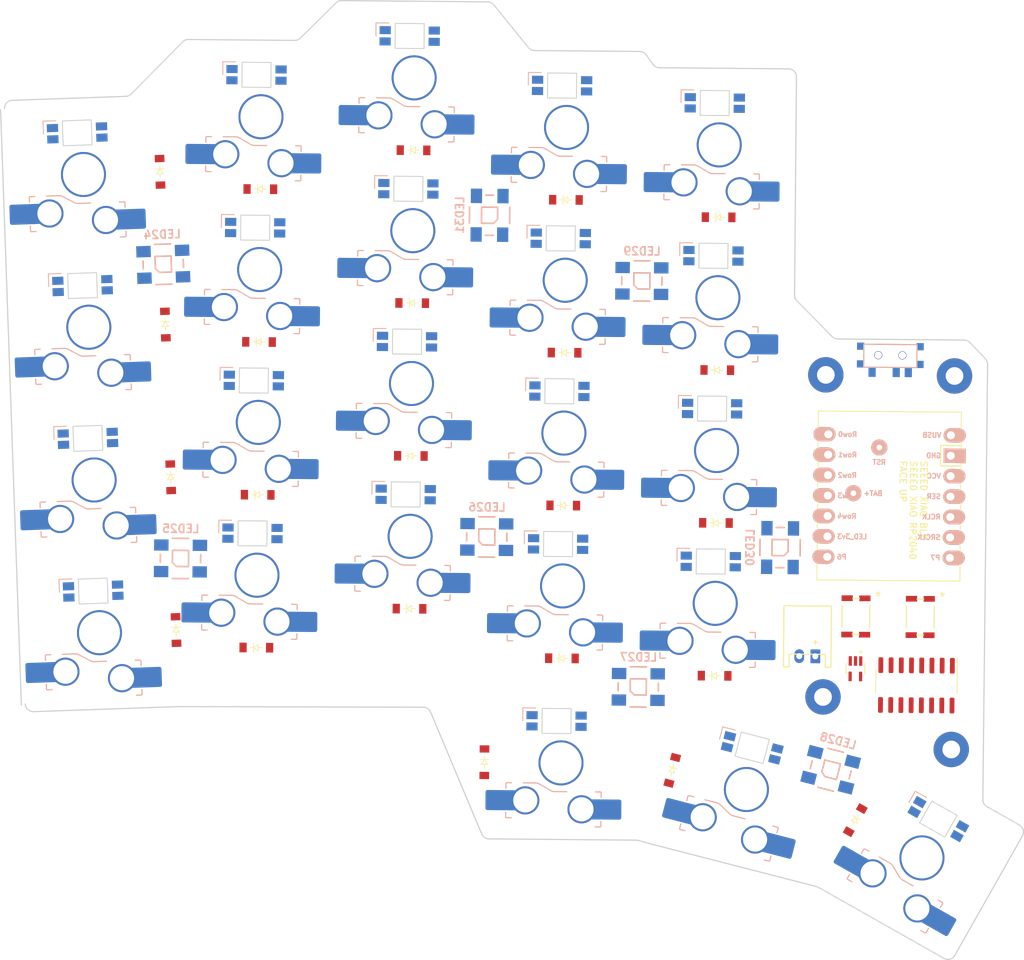
<source format=kicad_pcb>
(kicad_pcb (version 20241229) (generator "pcbnew") (generator_version "9.0")
  (title_block (title "left") (date "2025-11-26") (rev "v1.0.0") (company "Unknown"))
  (layers (0 "F.Cu" signal) (2 "B.Cu" signal) (13 "F.Paste" user) (15 "B.Paste" user) (5 "F.SilkS" user "F.Silkscreen") (7 "B.SilkS" user "B.Silkscreen") (1 "F.Mask" user) (3 "B.Mask" user) (25 "Edge.Cuts" user))
  (net 0 "")
  (net 1 "Col0")
  (net 2 "pinky_bottom")
  (net 3 "GND")
  (net 4 "pinky_home")
  (net 5 "pinky_top")
  (net 6 "pinky_number")
  (net 7 "Col1")
  (net 8 "ring_bottom")
  (net 9 "ring_home")
  (net 10 "ring_top")
  (net 11 "ring_number")
  (net 12 "Col2")
  (net 13 "middle_bottom")
  (net 14 "middle_home")
  (net 15 "middle_top")
  (net 16 "middle_number")
  (net 17 "Col3")
  (net 18 "index_bottom")
  (net 19 "index_home")
  (net 20 "index_top")
  (net 21 "index_number")
  (net 22 "Col4")
  (net 23 "inner_bottom")
  (net 24 "inner_home")
  (net 25 "inner_top")
  (net 26 "inner_number")
  (net 27 "near_thumb")
  (net 28 "home_thumb")
  (net 29 "far_thumb")
  (net 30 "Row0")
  (net 31 "Row1")
  (net 32 "Row2")
  (net 33 "Row3")
  (net 34 "Row4")
  (net 35 "VCC")
  (net 36 "LED4")
  (net 37 "LED3")
  (net 38 "LED13")
  (net 39 "LED12")
  (net 40 "LED14")
  (net 41 "LED_BACKLIGHT_1")
  (net 42 "LED22")
  (net 43 "LED5")
  (net 44 "LED11")
  (net 45 "LED15")
  (net 46 "LED21")
  (net 47 "LED6")
  (net 48 "LED10")
  (net 49 "LED16")
  (net 50 "LED20")
  (net 51 "LED7")
  (net 52 "LED9")
  (net 53 "LED17")
  (net 54 "LED19")
  (net 55 "LED8")
  (net 56 "LED18")
  (net 57 "LED2")
  (net 58 "LED1")
  (net 59 "LED")
  (net 60 "LED_BACKLIGHT_2")
  (net 61 "LED_BACKLIGHT_3")
  (net 62 "LED_BACKLIGHT_4")
  (net 63 "LED_BACKLIGHT_5")
  (net 64 "LED_BACKLIGHT_6")
  (net 65 "LED_BACKLIGHT_7")
  (net 66 "LED_BACKLIGHT_8")
  (net 67 "LED_END")
  (net 68 "LED_3v3")
  (net 69 "P6")
  (net 70 "VUSB")
  (net 71 "SER")
  (net 72 "RCLK")
  (net 73 "SRCLK")
  (net 74 "P7")
  (net 75 "RST")
  (net 76 "BAT+")
  (net 77 "QF")
  (net 78 "QG")
  (net 79 "QH")
  (net 80 "QH'")
  (net 81 "BAT_POS")
  (footprint "E73:SPDT_C128955" (layer "F.Cu") (at 198.321449 65.514935 -0.5)
    (property "Reference" "T1" (hide yes))
    (property "Value" "" (hide yes))
    (pad "" smd rect (at -3.7 -1.1 359.5) (size 0.9 0.9) (layers "B.Cu" "B.Mask" "B.Paste"))
    (pad "" smd rect (at -3.7 1.1 359.5) (size 0.9 0.9) (layers "B.Cu" "B.Mask" "B.Paste"))
    (pad "" np_thru_hole circle (at -1.5 0) (size 1 1) (drill 0.9) (layers "*.Cu" "*.Mask"))
    (pad "" np_thru_hole circle (at 1.5 0) (size 1 1) (drill 0.9) (layers "*.Cu" "*.Mask"))
    (pad "" smd rect (at 3.7 -1.1 359.5) (size 0.9 0.9) (layers "B.Cu" "B.Mask" "B.Paste"))
    (pad "" smd rect (at 3.7 1.1 359.5) (size 0.9 0.9) (layers "B.Cu" "B.Mask" "B.Paste"))
    (pad "1" smd rect (at -2.25 2.075 359.5) (size 0.9 1.25) (layers "B.Cu" "B.Mask" "B.Paste") (net 76 "BAT+"))
    (pad "2" smd rect (at 0.75 2.075 359.5) (size 0.9 1.25) (layers "B.Cu" "B.Mask" "B.Paste") (net 81 "BAT_POS"))
    (pad "3" smd rect (at 2.25 2.075 359.5) (size 0.9 1.25) (layers "B.Cu" "B.Mask" "B.Paste"))
  )
  (footprint "ComboDiode" (layer "F.Cu") (at 176.472988 105.350791 -0.5)
    (property "Reference" "D13" (hide yes))
    (property "Value" "" (hide yes))
    (pad "1" smd rect (at -1.65 0 359.5) (size 0.9 1.2) (layers "F.Cu" "F.Mask" "F.Paste") (net 30 "Row0"))
    (pad "2" smd rect (at 1.65 0 359.5) (size 0.9 1.2) (layers "F.Cu" "F.Mask" "F.Paste") (net 23 "inner_bottom"))
  )
  (footprint "ComboDiode" (layer "F.Cu") (at 119.667142 82.854216 -0.5)
    (property "Reference" "D2" (hide yes))
    (property "Value" "" (hide yes))
    (pad "1" smd rect (at -1.65 0 359.5) (size 0.9 1.2) (layers "F.Cu" "F.Mask" "F.Paste") (net 31 "Row1"))
    (pad "2" smd rect (at 1.65 0 359.5) (size 0.9 1.2) (layers "F.Cu" "F.Mask" "F.Paste") (net 9 "ring_home"))
  )
  (footprint "MountingHole_2.2mm_M2_Pad" (layer "F.Cu") (at 189.950483 107.988475 -14.5)
    (property "Reference" "PAD4" (hide yes))
    (property "Value" "" (hide yes))
    (pad "" thru_hole circle (at 0 0) (size 4.4 4.4) (drill 2.2) (layers "*.Cu" "*.Mask"))
  )
  (footprint "ComboDiode" (layer "F.Cu") (at 193.960342 123.305546 -119.5)
    (property "Reference" "D19" (hide yes))
    (property "Value" "" (hide yes))
    (pad "1" smd rect (at -1.65 0 240.5) (size 0.9 1.2) (layers "F.Cu" "F.Mask" "F.Paste") (net 34 "Row4"))
    (pad "2" smd rect (at 1.65 0 240.5) (size 0.9 1.2) (layers "F.Cu" "F.Mask" "F.Paste") (net 29 "far_thumb"))
  )
  (footprint "ComboDiode" (layer "F.Cu") (at 138.544247 97.019487 -0.5)
    (property "Reference" "D5" (hide yes))
    (property "Value" "" (hide yes))
    (pad "1" smd rect (at -1.65 0 359.5) (size 0.9 1.2) (layers "F.Cu" "F.Mask" "F.Paste") (net 30 "Row0"))
    (pad "2" smd rect (at 1.65 0 359.5) (size 0.9 1.2) (layers "F.Cu" "F.Mask" "F.Paste") (net 13 "middle_bottom"))
  )
  (footprint "MountingHole_2.2mm_M2_Pad" (layer "F.Cu") (at 205.893856 114.517579 -29.5)
    (property "Reference" "PAD3" (hide yes))
    (property "Value" "" (hide yes))
    (pad "" thru_hole circle (at 0 0) (size 4.4 4.4) (drill 2.2) (layers "*.Cu" "*.Mask"))
  )
  (footprint "ComboDiode" (layer "F.Cu") (at 138.710052 78.020211 -0.5)
    (property "Reference" "D6" (hide yes))
    (property "Value" "" (hide yes))
    (pad "1" smd rect (at -1.65 0 359.5) (size 0.9 1.2) (layers "F.Cu" "F.Mask" "F.Paste") (net 31 "Row1"))
    (pad "2" smd rect (at 1.65 0 359.5) (size 0.9 1.2) (layers "F.Cu" "F.Mask" "F.Paste") (net 14 "middle_home"))
  )
  (footprint "ComboDiode" (layer "F.Cu") (at 176.970401 48.352961 -0.5)
    (property "Reference" "D16" (hide yes))
    (property "Value" "" (hide yes))
    (pad "1" smd rect (at -1.65 0 359.5) (size 0.9 1.2) (layers "F.Cu" "F.Mask" "F.Paste") (net 33 "Row3"))
    (pad "2" smd rect (at 1.65 0 359.5) (size 0.9 1.2) (layers "F.Cu" "F.Mask" "F.Paste") (net 26 "inner_number"))
  )
  (footprint "SMD_025816_WRE" (layer "F.Cu") (at 194.037989 97.978792 -90.5)
    (property "Reference" "_2" (hide yes))
    (property "Value" "SMD_025816_WRE")
    (fp_text user "*" (at -2.5146 -2.7256 0) (layer "F.SilkS"))
    (fp_text user "*" (at -2.5146 -2.7256 0) (layer "F.SilkS"))
    (pad "1" smd rect (at -2.2606 -1.1) (size 1.397 0.7112) (layers "F.Cu" "F.Mask" "F.Paste"))
    (pad "2" smd rect (at 2.2606 -1.1) (size 1.397 0.7112) (layers "F.Cu" "F.Mask" "F.Paste"))
    (pad "3" smd rect (at -2.2606 1.1) (size 1.397 0.7112) (layers "F.Cu" "F.Mask" "F.Paste"))
    (pad "4" smd rect (at 2.2606 1.1) (size 1.397 0.7112) (layers "F.Cu" "F.Mask" "F.Paste"))
  )
  (footprint "ComboDiode" (layer "F.Cu") (at 171.206368 117.110894 -104.5)
    (property "Reference" "D18" (hide yes))
    (property "Value" "" (hide yes))
    (pad "1" smd rect (at -1.65 0 255.5) (size 0.9 1.2) (layers "F.Cu" "F.Mask" "F.Paste") (net 34 "Row4"))
    (pad "2" smd rect (at 1.65 0 255.5) (size 0.9 1.2) (layers "F.Cu" "F.Mask" "F.Paste") (net 28 "home_thumb"))
  )
  (footprint "ComboDiode" (layer "F.Cu") (at 138.875856 59.020934 -0.5)
    (property "Reference" "D7" (hide yes))
    (property "Value" "" (hide yes))
    (pad "1" smd rect (at -1.65 0 359.5) (size 0.9 1.2) (layers "F.Cu" "F.Mask" "F.Paste") (net 32 "Row2"))
    (pad "2" smd rect (at 1.65 0 359.5) (size 0.9 1.2) (layers "F.Cu" "F.Mask" "F.Paste") (net 15 "middle_top"))
  )
  (footprint "ComboDiode" (layer "F.Cu") (at 147.853083 116.101448 -90.5)
    (property "Reference" "D17" (hide yes))
    (property "Value" "" (hide yes))
    (pad "1" smd rect (at -1.65 0 269.5) (size 0.9 1.2) (layers "F.Cu" "F.Mask" "F.Paste") (net 34 "Row4"))
    (pad "2" smd rect (at 1.65 0 269.5) (size 0.9 1.2) (layers "F.Cu" "F.Mask" "F.Paste") (net 27 "near_thumb"))
  )
  (footprint "ComboDiode" (layer "F.Cu") (at 139.04166 40.021658 -0.5)
    (property "Reference" "D8" (hide yes))
    (property "Value" "" (hide yes))
    (pad "1" smd rect (at -1.65 0 359.5) (size 0.9 1.2) (layers "F.Cu" "F.Mask" "F.Paste") (net 33 "Row3"))
    (pad "2" smd rect (at 1.65 0 359.5) (size 0.9 1.2) (layers "F.Cu" "F.Mask" "F.Paste") (net 16 "middle_number"))
  )
  (footprint "ComboDiode" (layer "F.Cu") (at 119.832947 63.85494 -0.5)
    (property "Reference" "D3" (hide yes))
    (property "Value" "" (hide yes))
    (pad "1" smd rect (at -1.65 0 359.5) (size 0.9 1.2) (layers "F.Cu" "F.Mask" "F.Paste") (net 32 "Row2"))
    (pad "2" smd rect (at 1.65 0 359.5) (size 0.9 1.2) (layers "F.Cu" "F.Mask" "F.Paste") (net 10 "ring_top"))
  )
  (footprint "ComboDiode" (layer "F.Cu") (at 157.822773 65.18651 -0.5)
    (property "Reference" "D11" (hide yes))
    (property "Value" "" (hide yes))
    (pad "1" smd rect (at -1.65 0 359.5) (size 0.9 1.2) (layers "F.Cu" "F.Mask" "F.Paste") (net 32 "Row2"))
    (pad "2" smd rect (at 1.65 0 359.5) (size 0.9 1.2) (layers "F.Cu" "F.Mask" "F.Paste") (net 20 "index_top"))
  )
  (footprint "MountingHole_2.2mm_M2_Pad" (layer "F.Cu") (at 206.299328 68.084652 -0.5)
    (property "Reference" "PAD1" (hide yes))
    (property "Value" "" (hide yes))
    (pad "" thru_hole circle (at 0 0) (size 4.4 4.4) (drill 2.2) (layers "*.Cu" "*.Mask"))
  )
  (footprint "xiao-ble" (layer "F.Cu") (at 198.168735 83.014269 -0.5)
    (property "Reference" "MCU1" (hide yes))
    (property "Value" "")
    (fp_text user "SEEED XIAO BLE\nSEEED XIAO RP2040\nFACE UP" (at 3 -4.5 269.5) (layer "F.SilkS") (effects (font (size 0.8 0.8)) (justify left)))
    (fp_text user "Row0" (at -6.5 -7.62 359.5) (layer "B.SilkS") (effects (font (size 0.6 0.6)) (justify right mirror)))
    (fp_text user "Row3" (at -6.499999 0 359.5) (layer "B.SilkS") (effects (font (size 0.6 0.6)) (justify right mirror)))
    (fp_text user "Row1" (at -6.5 -5.08 359.5) (layer "B.SilkS") (effects (font (size 0.6 0.6)) (justify right mirror)))
    (fp_text user "GND" (at 6.5 -5.08 359.5) (layer "B.SilkS") (effects (font (size 0.6 0.6)) (justify left mirror)))
    (fp_text user "LED_3v3" (at -6.5 5.08 359.5) (layer "B.SilkS") (effects (font (size 0.6 0.6)) (justify right mirror)))
    (fp_text user "BAT+" (at -2 -0.317 359.5) (layer "B.SilkS") (effects (font (size 0.6 0.6)) (justify mirror)))
    (fp_text user "P7" (at 6.5 7.62 359.5) (layer "B.SilkS") (effects (font (size 0.6 0.6)) (justify left mirror)))
    (fp_text user "Row2" (at -6.5 -2.54 359.5) (layer "B.SilkS") (effects (font (size 0.6 0.6)) (justify right mirror)))
    (fp_text user "RST" (at -1.27 -4.2 359.5) (layer "B.SilkS") (effects (font (size 0.6 0.6)) (justify mirror)))
    (fp_text user "VUSB" (at 6.5 -7.62 359.5) (layer "B.SilkS") (effects (font (size 0.6 0.6)) (justify left mirror)))
    (fp_text user "SER" (at 6.499999 0 359.5) (layer "B.SilkS") (effects (font (size 0.6 0.6)) (justify left mirror)))
    (fp_text user "P6" (at -6.5 7.62 359.5) (layer "B.SilkS") (effects (font (size 0.6 0.6)) (justify right mirror)))
    (fp_text user "VCC" (at 6.5 -2.54 359.5) (layer "B.SilkS") (effects (font (size 0.6 0.6)) (justify left mirror)))
    (fp_text user "RCLK" (at 6.5 2.54 359.5) (layer "B.SilkS") (effects (font (size 0.6 0.6)) (justify left mirror)))
    (fp_text user "Row4" (at -6.5 2.54 359.5) (layer "B.SilkS") (effects (font (size 0.6 0.6)) (justify right mirror)))
    (fp_text user "SRCLK" (at 6.5 5.08 359.5) (layer "B.SilkS") (effects (font (size 0.6 0.6)) (justify left mirror)))
    (pad "1" thru_hole oval (at -7.62 -7.62 359.5) (size 2.75 1.8) (drill 1 (offset -0.475 0)) (layers "*.Cu" "*.SilkS" "*.Mask") (net 30 "Row0"))
    (pad "2" thru_hole oval (at -7.62 -5.08 359.5) (size 2.75 1.8) (drill 1 (offset -0.475 0)) (layers "*.Cu" "*.SilkS" "*.Mask") (net 31 "Row1"))
    (pad "3" thru_hole oval (at -7.62 -2.54 359.5) (size 2.75 1.8) (drill 1 (offset -0.475 0)) (layers "*.Cu" "*.SilkS" "*.Mask") (net 32 "Row2"))
    (pad "4" thru_hole oval (at -7.62 0 359.5) (size 2.75 1.8) (drill 1 (offset -0.475 0)) (layers "*.Cu" "*.SilkS" "*.Mask") (net 33 "Row3"))
    (pad "5" thru_hole oval (at -7.62 2.54 359.5) (size 2.75 1.8) (drill 1 (offset -0.475 0)) (layers "*.Cu" "*.SilkS" "*.Mask") (net 34 "Row4"))
    (pad "6" thru_hole oval (at -7.62 5.08 359.5) (size 2.75 1.8) (drill 1 (offset -0.475 0)) (layers "*.Cu" "*.SilkS" "*.Mask") (net 68 "LED_3v3"))
    (pad "7" thru_hole oval (at -7.62 7.62 359.5) (size 2.75 1.8) (drill 1 (offset -0.475 0)) (layers "*.Cu" "*.SilkS" "*.Mask") (net 69 "P6"))
    (pad "8" thru_hole oval (at 7.62 7.62 179.5) (size 2.75 1.8) (drill 1 (offset -0.475 0)) (layers "*.Cu" "*.SilkS" "*.Mask") (net 74 "P7"))
    (pad "9" thru_hole oval (at 7.62 5.08 179.5) (size 2.75 1.8) (drill 1 (offset -0.475 0)) (layers "*.Cu" "*.SilkS" "*.Mask") (net 73 "SRCLK"))
    (pad "10" thru_hole oval (at 7.62 2.54 179.5) (size 2.75 1.8) (drill 1 (offset -0.475 0)) (layers "*.Cu" "*.SilkS" "*.Mask") (net 72 "RCLK"))
    (pad "11" thru_hole oval (at 7.62 0 179.5) (size 2.75 1.8) (drill 1 (offset -0.475 0)) (layers "*.Cu" "*.SilkS" "*.Mask") (net 71 "SER"))
    (pad "12" thru_hole oval (at 7.62 -2.54 179.5) (size 2.75 1.8) (drill 1 (offset -0.475 0)) (layers "*.Cu" "*.SilkS" "*.Mask") (net 35 "VCC"))
    (pad "13" thru_hole rect (at 7.62 -5.08 179.5) (size 2.75 1.8) (drill 1 (offset -0.475 0)) (layers "*.Cu" "*.SilkS" "*.Mask") (net 3 "GND"))
    (pad "14" thru_hole oval (at 7.62 -7.62 179.5) (size 2.75 1.8) (drill 1 (offset -0.475 0)) (layers "*.Cu" "*.SilkS" "*.Mask") (net 70 "VUSB"))
    (pad "17" thru_hole circle (at -1.27 -6.032 90) (size 2 2) (drill 0.7) (layers "*.Cu" "*.SilkS" "*.Mask") (net 75 "RST"))
    (pad "19" thru_hole circle (at -4.445 -0.317 180) (size 2 2) (drill 0.7) (layers "*.Cu" "*.SilkS" "*.Mask") (net 76 "BAT+"))
  )
  (footprint "ComboDiode" (layer "F.Cu") (at 157.491165 103.185063 -0.5)
    (property "Reference" "D9" (hide yes))
    (property "Value" "" (hide yes))
    (pad "1" smd rect (at -1.65 0 359.5) (size 0.9 1.2) (layers "F.Cu" "F.Mask" "F.Paste") (net 30 "Row0"))
    (pad "2" smd rect (at 1.65 0 359.5) (size 0.9 1.2) (layers "F.Cu" "F.Mask" "F.Paste") (net 18 "index_bottom"))
  )
  (footprint "JST_PH_S2B-PH-K_02x2.00mm_Angled" (layer "F.Cu") (at 187.994585 102.926242 179.5)
    (property "Reference" "JST1" (hide yes))
    (property "Value" "" (hide yes))
    (pad "1" thru_hole rect (at -1 0 179.5) (size 1.2 1.7) (drill 0.75) (layers "*.Cu" "*.Mask") (net 81 "BAT_POS"))
    (pad "2" thru_hole oval (at 1 0 179.5) (size 1.2 1.7) (drill 0.75) (layers "*.Cu" "*.Mask") (net 3 "GND"))
  )
  (footprint "ComboDiode" (layer "F.Cu") (at 108.856107 80.679157 -88)
    (property "Reference" "D21" (hide yes))
    (property "Value" "" (hide yes))
    (pad "1" smd rect (at -1.65 0 272) (size 0.9 1.2) (layers "F.Cu" "F.Mask" "F.Paste") (net 31 "Row1"))
    (pad "2" smd rect (at 1.65 0 272) (size 0.9 1.2) (layers "F.Cu" "F.Mask" "F.Paste") (net 4 "pinky_home"))
  )
  (footprint "SOT65P210X110-5N" (layer "F.Cu") (at 193.981267 104.478544 -90.5)
    (property "Reference" "_1" (hide yes))
    (property "Value" "SOT65P210X110-5N")
    (pad "1" smd roundrect (at -0.96 -0.65 269.5) (size 1.19 0.4) (layers "F.Cu" "F.Mask" "F.Paste") (roundrect_rratio 0.125))
    (pad "2" smd roundrect (at -0.96 0 269.5) (size 1.19 0.4) (layers "F.Cu" "F.Mask" "F.Paste") (roundrect_rratio 0.125) (net 68 "LED_3v3"))
    (pad "3" smd roundrect (at -0.96 0.65 269.5) (size 1.19 0.4) (layers "F.Cu" "F.Mask" "F.Paste") (roundrect_rratio 0.125) (net 3 "GND"))
    (pad "4" smd roundrect (at 0.96 0.65 269.5) (size 1.19 0.4) (layers "F.Cu" "F.Mask" "F.Paste") (roundrect_rratio 0.125) (net 59 "LED"))
    (pad "5" smd roundrect (at 0.96 -0.65 269.5) (size 1.19 0.4) (layers "F.Cu" "F.Mask" "F.Paste") (roundrect_rratio 0.125) (net 35 "VCC"))
  )
  (footprint "ComboDiode" (layer "F.Cu") (at 107.529926 42.702305 -88)
    (property "Reference" "D23" (hide yes))
    (property "Value" "" (hide yes))
    (pad "1" smd rect (at -1.65 0 272) (size 0.9 1.2) (layers "F.Cu" "F.Mask" "F.Paste") (net 33 "Row3"))
    (pad "2" smd rect (at 1.65 0 272) (size 0.9 1.2) (layers "F.Cu" "F.Mask" "F.Paste") (net 6 "pinky_number"))
  )
  (footprint "MountingHole_2.2mm_M2_Pad" (layer "F.Cu") (at 190.299937 67.945028 -0.5)
    (property "Reference" "PAD2" (hide yes))
    (property "Value" "" (hide yes))
    (pad "" thru_hole circle (at 0 0) (size 4.4 4.4) (drill 2.2) (layers "*.Cu" "*.Mask"))
  )
  (footprint "SMD_025816_WRE" (layer "F.Cu") (at 202.037684 98.048604 -90.5)
    (property "Reference" "_3" (hide yes))
    (property "Value" "SMD_025816_WRE")
    (fp_text user "*" (at -2.5146 -2.7256 0) (layer "F.SilkS"))
    (fp_text user "*" (at -2.5146 -2.7256 0) (layer "F.SilkS"))
    (pad "1" smd rect (at -2.2606 -1.1) (size 1.397 0.7112) (layers "F.Cu" "F.Mask" "F.Paste"))
    (pad "2" smd rect (at 2.2606 -1.1) (size 1.397 0.7112) (layers "F.Cu" "F.Mask" "F.Paste"))
    (pad "3" smd rect (at -2.2606 1.1) (size 1.397 0.7112) (layers "F.Cu" "F.Mask" "F.Paste"))
    (pad "4" smd rect (at 2.2606 1.1) (size 1.397 0.7112) (layers "F.Cu" "F.Mask" "F.Paste"))
  )
  (footprint "ComboDiode" (layer "F.Cu") (at 119.998751 44.855663 -0.5)
    (property "Reference" "D4" (hide yes))
    (property "Value" "" (hide yes))
    (pad "1" smd rect (at -1.65 0 359.5) (size 0.9 1.2) (layers "F.Cu" "F.Mask" "F.Paste") (net 33 "Row3"))
    (pad "2" smd rect (at 1.65 0 359.5) (size 0.9 1.2) (layers "F.Cu" "F.Mask" "F.Paste") (net 11 "ring_number"))
  )
  (footprint "ComboDiode" (layer "F.Cu") (at 109.519198 99.667582 -88)
    (property "Reference" "D20" (hide yes))
    (property "Value" "" (hide yes))
    (pad "1" smd rect (at -1.65 0 272) (size 0.9 1.2) (layers "F.Cu" "F.Mask" "F.Paste") (net 30 "Row0"))
    (pad "2" smd rect (at 1.65 0 272) (size 0.9 1.2) (layers "F.Cu" "F.Mask" "F.Paste") (net 2 "pinky_bottom"))
  )
  (footprint "ComboDiode" (layer "F.Cu") (at 176.804597 67.352238 -0.5)
    (property "Reference" "D15" (hide yes))
    (property "Value" "" (hide yes))
    (pad "1" smd rect (at -1.65 0 359.5) (size 0.9 1.2) (layers "F.Cu" "F.Mask" "F.Paste") (net 32 "Row2"))
    (pad "2" smd rect (at 1.65 0 359.5) (size 0.9 1.2) (layers "F.Cu" "F.Mask" "F.Paste") (net 25 "inner_top"))
  )
  (footprint "ComboDiode" (layer "F.Cu") (at 157.988577 46.187233 -0.5)
    (property "Reference" "D12" (hide yes))
    (property "Value" "" (hide yes))
    (pad "1" smd rect (at -1.65 0 359.5) (size 0.9 1.2) (layers "F.Cu" "F.Mask" "F.Paste") (net 33 "Row3"))
    (pad "2" smd rect (at 1.65 0 359.5) (size 0.9 1.2) (layers "F.Cu" "F.Mask" "F.Paste") (net 21 "index_number"))
  )
  (footprint "SOIC-16_3.9x9.9mm_P1.27mm" (layer "F.Cu") (at 201.563524 106.54479 -90.5)
    (property "Reference" "19.051" (hide yes))
    (property "Value" "74HC595")
    (pad "1" smd roundrect (at -2.475 -4.445 269.5) (size 1.95 0.6) (layers "F.Cu" "F.Mask" "F.Paste") (net 7 "Col1"))
    (pad "2" smd roundrect (at -2.475 -3.175 269.5) (size 1.95 0.6) (layers "F.Cu" "F.Mask" "F.Paste") (net 12 "Col2"))
    (pad "3" smd roundrect (at -2.475 -1.905 269.5) (size 1.95 0.6) (layers "F.Cu" "F.Mask" "F.Paste") (net 17 "Col3"))
    (pad "4" smd roundrect (at -2.475 -0.635 269.5) (size 1.95 0.6) (layers "F.Cu" "F.Mask" "F.Paste") (net 22 "Col4"))
    (pad "5" smd roundrect (at -2.475 0.635 269.5) (size 1.95 0.6) (layers "F.Cu" "F.Mask" "F.Paste") (net 77 "QF"))
    (pad "6" smd roundrect (at -2.475 1.905 269.5) (size 1.95 0.6) (layers "F.Cu" "F.Mask" "F.Paste") (net 78 "QG"))
    (pad "7" smd roundrect (at -2.475 3.175 269.5) (size 1.95 0.6) (layers "F.Cu" "F.Mask" "F.Paste") (net 79 "QH"))
    (pad "8" smd roundrect (at -2.475 4.445 269.5) (size 1.95 0.6) (layers "F.Cu" "F.Mask" "F.Paste") (net 3 "GND"))
    (pad "9" smd roundrect (at 2.475 4.445 269.5) (size 1.95 0.6) (layers "F.Cu" "F.Mask" "F.Paste") (net 80 "QH'"))
    (pad "10" smd roundrect (at 2.475 3.175 269.5) (size 1.95 0.6) (layers "F.Cu" "F.Mask" "F.Paste") (net 35 "VCC"))
    (pad "11" smd roundrect (at 2.475 1.905 269.5) (size 1.95 0.6) (layers "F.Cu" "F.Mask" "F.Paste") (net 73 "SRCLK"))
    (pad "12" smd roundrect (at 2.475 0.635 269.5) (size 1.95 0.6) (layers "F.Cu" "F.Mask" "F.Paste") (net 72 "RCLK"))
    (pad "13" smd roundrect (at 2.475 -0.635 269.5) (size 1.95 0.6) (layers "F.Cu" "F.Mask" "F.Paste") (net 3 "GND"))
    (pad "14" smd roundrect (at 2.475 -1.905 269.5) (size 1.95 0.6) (layers "F.Cu" "F.Mask" "F.Paste") (net 71 "SER"))
    (pad "15" smd roundrect (at 2.475 -3.175 269.5) (size 1.95 0.6) (layers "F.Cu" "F.Mask" "F.Paste") (net 1 "Col0"))
    (pad "16" smd roundrect (at 2.475 -4.445 269.5) (size 1.95 0.6) (layers "F.Cu" "F.Mask" "F.Paste") (net 35 "VCC"))
  )
  (footprint "ComboDiode" (layer "F.Cu") (at 176.638792 86.351514 -0.5)
    (property "Reference" "D14" (hide yes))
    (property "Value" "" (hide yes))
    (pad "1" smd rect (at -1.65 0 359.5) (size 0.9 1.2) (layers "F.Cu" "F.Mask" "F.Paste") (net 31 "Row1"))
    (pad "2" smd rect (at 1.65 0 359.5) (size 0.9 1.2) (layers "F.Cu" "F.Mask" "F.Paste") (net 24 "inner_home"))
  )
  (footprint "ComboDiode" (layer "F.Cu") (at 157.656969 84.185786 -0.5)
    (property "Reference" "D10" (hide yes))
    (property "Value" "" (hide yes))
    (pad "1" smd rect (at -1.65 0 359.5) (size 0.9 1.2) (layers "F.Cu" "F.Mask" "F.Paste") (net 31 "Row1"))
    (pad "2" smd rect (at 1.65 0 359.5) (size 0.9 1.2) (layers "F.Cu" "F.Mask" "F.Paste") (net 19 "index_home"))
  )
  (footprint "ComboDiode" (layer "F.Cu") (at 108.193017 61.690731 -88)
    (property "Reference" "D22" (hide yes))
    (property "Value" "" (hide yes))
    (pad "1" smd rect (at -1.65 0 272) (size 0.9 1.2) (layers "F.Cu" "F.Mask" "F.Paste") (net 32 "Row2"))
    (pad "2" smd rect (at 1.65 0 272) (size 0.9 1.2) (layers "F.Cu" "F.Mask" "F.Paste") (net 5 "pinky_top"))
  )
  (footprint "ComboDiode" (layer "F.Cu") (at 119.501338 101.853493 -0.5)
    (property "Reference" "D1" (hide yes))
    (property "Value" "" (hide yes))
    (pad "1" smd rect (at -1.65 0 359.5) (size 0.9 1.2) (layers "F.Cu" "F.Mask" "F.Paste") (net 30 "Row0"))
    (pad "2" smd rect (at 1.65 0 359.5) (size 0.9 1.2) (layers "F.Cu" "F.Mask" "F.Paste") (net 8 "ring_bottom"))
  )
  (footprint "ceoloide:switch_gateron_ks27_ks33" (layer "B.Cu") (at 119.745681 73.854559 -0.5)
    (property "Reference" "S6" (hide yes))
    (property "Value" "")
    (pad "" thru_hole circle (at 0 0 359.5) (size 5.6 5.6) (drill 5.1) (layers "*.Cu" "*.Mask"))
    (pad "1" smd roundrect (at -7.35 4.7 359.5) (size 4 2.5) (layers "B.Cu") (roundrect_rratio 0.1) (net 7 "Col1"))
    (pad "1" thru_hole circle (at -4.4 4.7 359.5) (size 3.5 3.5) (drill 3) (layers "*.Cu" "*.Mask") (net 7 "Col1"))
    (pad "2" thru_hole circle (at 2.6 5.75 359.5) (size 3.5 3.5) (drill 3) (layers "*.Cu" "*.Mask") (net 9 "ring_home"))
    (pad "2" smd roundrect (at 5.55 5.75 359.5) (size 4 2.5) (layers "B.Cu") (roundrect_rratio 0.1) (net 9 "ring_home"))
  )
  (footprint "ceoloide:led_SK6812mini-e (per-keysingle-side)" (layer "B.Cu") (at 138.5656 25.816962 -0.5)
    (property "Reference" "LED12" (hide yes))
    (property "Value" "")
    (fp_poly (pts (xy -1.8 -1.55) (xy 1.8 -1.55) (xy 1.8 1.55) (xy -1.8 1.55)) (stroke (width 0.12)) (fill no) (layer "Edge.Cuts"))
    (pad "1" smd rect (at 3.05 0.7 359.5) (size 1.4 1) (layers "B.Cu" "B.Mask" "B.Paste") (net 35 "VCC"))
    (pad "2" smd rect (at 3.05 -0.7 359.5) (size 1.4 1) (layers "B.Cu" "B.Mask" "B.Paste") (net 46 "LED21"))
    (pad "3" smd rect (at -3.05 -0.7 359.5) (size 1.4 1) (layers "B.Cu" "B.Mask" "B.Paste") (net 3 "GND"))
    (pad "4" smd rect (at -3.05 0.7 359.5) (size 1.4 1) (layers "B.Cu" "B.Mask" "B.Paste") (net 50 "LED20"))
  )
  (footprint "ceoloide:led_SK6812mini-e (per-keysingle-side)" (layer "B.Cu") (at 176.162732 72.146819 -0.5)
    (property "Reference" "LED18" (hide yes))
    (property "Value" "")
    (fp_poly (pts (xy -1.8 -1.55) (xy 1.8 -1.55) (xy 1.8 1.55) (xy -1.8 1.55)) (stroke (width 0.12)) (fill no) (layer "Edge.Cuts"))
    (pad "1" smd rect (at 3.05 0.7 359.5) (size 1.4 1) (layers "B.Cu" "B.Mask" "B.Paste") (net 35 "VCC"))
    (pad "2" smd rect (at 3.05 -0.7 359.5) (size 1.4 1) (layers "B.Cu" "B.Mask" "B.Paste") (net 52 "LED9"))
    (pad "3" smd rect (at -3.05 -0.7 359.5) (size 1.4 1) (layers "B.Cu" "B.Mask" "B.Paste") (net 3 "GND"))
    (pad "4" smd rect (at -3.05 0.7 359.5) (size 1.4 1) (layers "B.Cu" "B.Mask" "B.Paste") (net 55 "LED8"))
  )
  (footprint "WS2812B" (layer "B.Cu") (at 184.612308 89.421212 89.5)
    (property "Reference" "LED30" (at 0 -3.7 89.5) (layer "B.SilkS") (effects (font (thickness 0.2)) (justify mirror)))
    (property "Value" "VAL**" (hide yes))
    (pad "1" smd rect (at 2.4 -1.65 89.5) (size 1.8 1.4) (layers "B.Cu" "B.Mask" "B.Paste"))
    (pad "2" smd rect (at 2.4 1.65 89.5) (size 1.8 1.4) (layers "B.Cu" "B.Mask" "B.Paste") (net 65 "LED_BACKLIGHT_7"))
    (pad "3" smd rect (at -2.4 1.65 89.5) (size 1.8 1.4) (layers "B.Cu" "B.Mask" "B.Paste") (net 3 "GND"))
    (pad "4" smd rect (at -2.4 -1.65 89.5) (size 1.8 1.4) (layers "B.Cu" "B.Mask" "B.Paste") (net 64 "LED_BACKLIGHT_6"))
  )
  (footprint "ceoloide:switch_gateron_ks27_ks33" (layer "B.Cu") (at 138.78859 69.020553 -0.5)
    (property "Reference" "S10" (hide yes))
    (property "Value" "")
    (pad "" thru_hole circle (at 0 0 359.5) (size 5.6 5.6) (drill 5.1) (layers "*.Cu" "*.Mask"))
    (pad "1" smd roundrect (at -7.35 4.7 359.5) (size 4 2.5) (layers "B.Cu") (roundrect_rratio 0.1) (net 12 "Col2"))
    (pad "1" thru_hole circle (at -4.4 4.7 359.5) (size 3.5 3.5) (drill 3) (layers "*.Cu" "*.Mask") (net 12 "Col2"))
    (pad "2" thru_hole circle (at 2.6 5.75 359.5) (size 3.5 3.5) (drill 3) (layers "*.Cu" "*.Mask") (net 14 "middle_home"))
    (pad "2" smd roundrect (at 5.55 5.75 359.5) (size 4 2.5) (layers "B.Cu") (roundrect_rratio 0.1) (net 14 "middle_home"))
  )
  (footprint "ceoloide:led_SK6812mini-e (per-keysingle-side)" (layer "B.Cu") (at 138.233991 63.815515 -0.5)
    (property "Reference" "LED10" (hide yes))
    (property "Value" "")
    (fp_poly (pts (xy -1.8 -1.55) (xy 1.8 -1.55) (xy 1.8 1.55) (xy -1.8 1.55)) (stroke (width 0.12)) (fill no) (layer "Edge.Cuts"))
    (pad "1" smd rect (at 3.05 0.7 359.5) (size 1.4 1) (layers "B.Cu" "B.Mask" "B.Paste") (net 35 "VCC"))
    (pad "2" smd rect (at 3.05 -0.7 359.5) (size 1.4 1) (layers "B.Cu" "B.Mask" "B.Paste") (net 44 "LED11"))
    (pad "3" smd rect (at -3.05 -0.7 359.5) (size 1.4 1) (layers "B.Cu" "B.Mask" "B.Paste") (net 3 "GND"))
    (pad "4" smd rect (at -3.05 0.7 359.5) (size 1.4 1) (layers "B.Cu" "B.Mask" "B.Paste") (net 48 "LED10"))
  )
  (footprint "ceoloide:led_SK6812mini-e (per-keysingle-side)" (layer "B.Cu") (at 156.823121 110.97953 -0.5)
    (property "Reference" "LED21" (hide yes))
    (property "Value" "")
    (fp_poly (pts (xy -1.8 -1.55) (xy 1.8 -1.55) (xy 1.8 1.55) (xy -1.8 1.55)) (stroke (width 0.12)) (fill no) (layer "Edge.Cuts"))
    (pad "1" smd rect (at 3.05 0.7 359.5) (size 1.4 1) (layers "B.Cu" "B.Mask" "B.Paste") (net 35 "VCC"))
    (pad "2" smd rect (at 3.05 -0.7 359.5) (size 1.4 1) (layers "B.Cu" "B.Mask" "B.Paste") (net 37 "LED3"))
    (pad "3" smd rect (at -3.05 -0.7 359.5) (size 1.4 1) (layers "B.Cu" "B.Mask" "B.Paste") (net 3 "GND"))
    (pad "4" smd rect (at -3.05 0.7 359.5) (size 1.4 1) (layers "B.Cu" "B.Mask" "B.Paste") (net 57 "LED2"))
  )
  (footprint "ceoloide:led_SK6812mini-e (per-keysingle-side)" (layer "B.Cu") (at 98.555798 75.835682 2)
    (property "Reference" "LED2" (hide yes))
    (property "Value" "")
    (fp_poly (pts (xy -1.8 -1.55) (xy 1.8 -1.55) (xy 1.8 1.55) (xy -1.8 1.55)) (stroke (width 0.12)) (fill no) (layer "Edge.Cuts"))
    (pad "1" smd rect (at 3.05 0.7 2) (size 1.4 1) (layers "B.Cu" "B.Mask" "B.Paste") (net 35 "VCC"))
    (pad "2" smd rect (at 3.05 -0.7 2) (size 1.4 1) (layers "B.Cu" "B.Mask" "B.Paste") (net 38 "LED13"))
    (pad "3" smd rect (at -3.05 -0.7 2) (size 1.4 1) (layers "B.Cu" "B.Mask" "B.Paste") (net 3 "GND"))
    (pad "4" smd rect (at -3.05 0.7 2) (size 1.4 1) (layers "B.Cu" "B.Mask" "B.Paste") (net 39 "LED12"))
  )
  (footprint "WS2812B" (layer "B.Cu") (at 148.496485 48.104473 89.5)
    (property "Reference" "LED31" (at 0 -3.7 89.5) (layer "B.SilkS") (effects (font (thickness 0.2)) (justify mirror)))
    (property "Value" "VAL**" (hide yes))
    (pad "1" smd rect (at 2.4 -1.65 89.5) (size 1.8 1.4) (layers "B.Cu" "B.Mask" "B.Paste"))
    (pad "2" smd rect (at 2.4 1.65 89.5) (size 1.8 1.4) (layers "B.Cu" "B.Mask" "B.Paste") (net 67 "LED_END"))
    (pad "3" smd rect (at -2.4 1.65 89.5) (size 1.8 1.4) (layers "B.Cu" "B.Mask" "B.Paste") (net 3 "GND"))
    (pad "4" smd rect (at -2.4 -1.65 89.5) (size 1.8 1.4) (layers "B.Cu" "B.Mask" "B.Paste") (net 66 "LED_BACKLIGHT_8"))
  )
  (footprint "ceoloide:switch_gateron_ks27_ks33" (layer "B.Cu") (at 176.883135 58.352581 -0.5)
    (property "Reference" "S19" (hide yes))
    (property "Value" "")
    (pad "" thru_hole circle (at 0 0 359.5) (size 5.6 5.6) (drill 5.1) (layers "*.Cu" "*.Mask"))
    (pad "1" smd roundrect (at -7.35 4.7 359.5) (size 4 2.5) (layers "B.Cu") (roundrect_rratio 0.1) (net 22 "Col4"))
    (pad "1" thru_hole circle (at -4.4 4.7 359.5) (size 3.5 3.5) (drill 3) (layers "*.Cu" "*.Mask") (net 22 "Col4"))
    (pad "2" thru_hole circle (at 2.6 5.75 359.5) (size 3.5 3.5) (drill 3) (layers "*.Cu" "*.Mask") (net 25 "inner_top"))
    (pad "2" smd roundrect (at 5.55 5.75 359.5) (size 4 2.5) (layers "B.Cu") (roundrect_rratio 0.1) (net 25 "inner_top"))
  )
  (footprint "ceoloide:led_SK6812mini-e (per-keysingle-side)" (layer "B.Cu") (at 157.180909 69.981091 -0.5)
    (property "Reference" "LED14" (hide yes))
    (property "Value" "")
    (fp_poly (pts (xy -1.8 -1.55) (xy 1.8 -1.55) (xy 1.8 1.55) (xy -1.8 1.55)) (stroke (width 0.12)) (fill no) (layer "Edge.Cuts"))
    (pad "1" smd rect (at 3.05 0.7 359.5) (size 1.4 1) (layers "B.Cu" "B.Mask" "B.Paste") (net 35 "VCC"))
    (pad "2" smd rect (at 3.05 -0.7 359.5) (size 1.4 1) (layers "B.Cu" "B.Mask" "B.Paste") (net 48 "LED10"))
    (pad "3" smd rect (at -3.05 -0.7 359.5) (size 1.4 1) (layers "B.Cu" "B.Mask" "B.Paste") (net 3 "GND"))
    (pad "4" smd rect (at -3.05 0.7 359.5) (size 1.4 1) (layers "B.Cu" "B.Mask" "B.Paste") (net 52 "LED9"))
  )
  (footprint "WS2812B" (layer "B.Cu") (at 166.985477 106.743051 -0.5)
    (property "Reference" "LED27" (at 0 -3.7 359.5) (layer "B.SilkS") (effects (font (thickness 0.2)) (justify mirror)))
    (property "Value" "VAL**" (hide yes))
    (pad "1" smd rect (at 2.4 -1.65 359.5) (size 1.8 1.4) (layers "B.Cu" "B.Mask" "B.Paste"))
    (pad "2" smd rect (at 2.4 1.65 359.5) (size 1.8 1.4) (layers "B.Cu" "B.Mask" "B.Paste") (net 63 "LED_BACKLIGHT_5"))
    (pad "3" smd rect (at -2.4 1.65 359.5) (size 1.8 1.4) (layers "B.Cu" "B.Mask" "B.Paste") (net 3 "GND"))
    (pad "4" smd rect (at -2.4 -1.65 359.5) (size 1.8 1.4) (layers "B.Cu" "B.Mask" "B.Paste") (net 62 "LED_BACKLIGHT_4"))
  )
  (footprint "ceoloide:switch_gateron_ks27_ks33" (layer "B.Cu") (at 98.673819 62.023149 2)
    (property "Reference" "S3" (hide yes))
    (property "Value" "")
    (pad "" thru_hole circle (at 0 0 2) (size 5.6 5.6) (drill 5.1) (layers "*.Cu" "*.Mask"))
    (pad "1" smd roundrect (at -7.35 4.7 2) (size 4 2.5) (layers "B.Cu") (roundrect_rratio 0.1) (net 1 "Col0"))
    (pad "1" thru_hole circle (at -4.4 4.7 2) (size 3.5 3.5) (drill 3) (layers "*.Cu" "*.Mask") (net 1 "Col0"))
    (pad "2" thru_hole circle (at 2.6 5.75 2) (size 3.5 3.5) (drill 3) (layers "*.Cu" "*.Mask") (net 5 "pinky_top"))
    (pad "2" smd roundrect (at 5.55 5.75 2) (size 4 2.5) (layers "B.Cu") (roundrect_rratio 0.1) (net 5 "pinky_top"))
  )
  (footprint "ceoloide:led_SK6812mini-e (per-keysingle-side)" (layer "B.Cu") (at 119.52269 30.650968 -0.5)
    (property "Reference" "LED8" (hide yes))
    (property "Value" "")
    (fp_poly (pts (xy -1.8 -1.55) (xy 1.8 -1.55) (xy 1.8 1.55) (xy -1.8 1.55)) (stroke (width 0.12)) (fill no) (layer "Edge.Cuts"))
    (pad "1" smd rect (at 3.05 0.7 359.5) (size 1.4 1) (layers "B.Cu" "B.Mask" "B.Paste") (net 35 "VCC"))
    (pad "2" smd rect (at 3.05 -0.7 359.5) (size 1.4 1) (layers "B.Cu" "B.Mask" "B.Paste") (net 42 "LED22"))
    (pad "3" smd rect (at -3.05 -0.7 359.5) (size 1.4 1) (layers "B.Cu" "B.Mask" "B.Paste") (net 3 "GND"))
    (pad "4" smd rect (at -3.05 0.7 359.5) (size 1.4 1) (layers "B.Cu" "B.Mask" "B.Paste") (net 46 "LED21"))
  )
  (footprint "ceoloide:led_SK6812mini-e (per-keysingle-side)" (layer "B.Cu") (at 138.399795 44.816239 -0.5)
    (property "Reference" "LED11" (hide yes))
    (property "Value" "")
    (fp_poly (pts (xy -1.8 -1.55) (xy 1.8 -1.55) (xy 1.8 1.55) (xy -1.8 1.55)) (stroke (width 0.12)) (fill no) (layer "Edge.Cuts"))
    (pad "1" smd rect (at 3.05 0.7 359.5) (size 1.4 1) (layers "B.Cu" "B.Mask" "B.Paste") (net 35 "VCC"))
    (pad "2" smd rect (at 3.05 -0.7 359.5) (size 1.4 1) (layers "B.Cu" "B.Mask" "B.Paste") (net 49 "LED16"))
    (pad "3" smd rect (at -3.05 -0.7 359.5) (size 1.4 1) (layers "B.Cu" "B.Mask" "B.Paste") (net 3 "GND"))
    (pad "4" smd rect (at -3.05 0.7 359.5) (size 1.4 1) (layers "B.Cu" "B.Mask" "B.Paste") (net 45 "LED15"))
  )
  (footprint "ceoloide:led_SK6812mini-e (per-keysingle-side)" (layer "B.Cu") (at 157.512517 31.982538 -0.5)
    (property "Reference" "LED16" (hide yes))
    (property "Value" "")
    (fp_poly (pts (xy -1.8 -1.55) (xy 1.8 -1.55) (xy 1.8 1.55) (xy -1.8 1.55)) (stroke (width 0.12)) (fill no) (layer "Edge.Cuts"))
    (pad "1" smd rect (at 3.05 0.7 359.5) (size 1.4 1) (layers "B.Cu" "B.Mask" "B.Paste") (net 35 "VCC"))
    (pad "2" smd rect (at 3.05 -0.7 359.5) (size 1.4 1) (layers "B.Cu" "B.Mask" "B.Paste") (net 50 "LED20"))
    (pad "3" smd rect (at -3.05 -0.7 359.5) (size 1.4 1) (layers "B.Cu" "B.Mask" "B.Paste") (net 3 "GND"))
    (pad "4" smd rect (at -3.05 0.7 359.5) (size 1.4 1) (layers "B.Cu" "B.Mask" "B.Paste") (net 54 "LED19"))
  )
  (footprint "ceoloide:switch_gateron_ks27_ks33" (layer "B.Cu") (at 157.37772 116.184568 -0.5)
    (property "Reference" "S21" (hide yes))
    (property "Value" "")
    (pad "" thru_hole circle (at 0 0 359.5) (size 5.6 5.6) (drill 5.1) (layers "*.Cu" "*.Mask"))
    (pad "1" smd roundrect (at -7.35 4.7 359.5) (size 4 2.5) (layers "B.Cu") (roundrect_rratio 0.1) (net 12 "Col2"))
    (pad "1" thru_hole circle (at -4.4 4.7 359.5) (size 3.5 3.5) (drill 3) (layers "*.Cu" "*.Mask") (net 12 "Col2"))
    (pad "2" thru_hole circle (at 2.6 5.75 359.5) (size 3.5 3.5) (drill 3) (layers "*.Cu" "*.Mask") (net 27 "near_thumb"))
    (pad "2" smd roundrect (at 5.55 5.75 359.5) (size 4 2.5) (layers "B.Cu") (roundrect_rratio 0.1) (net 27 "near_thumb"))
  )
  (footprint "ceoloide:led_SK6812mini-e (per-keysingle-side)" (layer "B.Cu") (at 119.356886 49.650245 -0.5)
    (property "Reference" "LED7" (hide yes))
    (property "Value" "")
    (fp_poly (pts (xy -1.8 -1.55) (xy 1.8 -1.55) (xy 1.8 1.55) (xy -1.8 1.55)) (stroke (width 0.12)) (fill no) (layer "Edge.Cuts"))
    (pad "1" smd rect (at 3.05 0.7 359.5) (size 1.4 1) (layers "B.Cu" "B.Mask" "B.Paste") (net 35 "VCC"))
    (pad "2" smd rect (at 3.05 -0.7 359.5) (size 1.4 1) (layers "B.Cu" "B.Mask" "B.Paste") (net 45 "LED15"))
    (pad "3" smd rect (at -3.05 -0.7 359.5) (size 1.4 1) (layers "B.Cu" "B.Mask" "B.Paste") (net 3 "GND"))
    (pad "4" smd rect (at -3.05 0.7 359.5) (size 1.4 1) (layers "B.Cu" "B.Mask" "B.Paste") (net 40 "LED14"))
  )
  (footprint "ceoloide:led_SK6812mini-e (per-keysingle-side)" (layer "B.Cu") (at 204.288869 123.174576 -29.5)
    (property "Reference" "LED23" (hide yes))
    (property "Value" "")
    (fp_poly (pts (xy -1.8 -1.55) (xy 1.8 -1.55) (xy 1.8 1.55) (xy -1.8 1.55)) (stroke (width 0.12)) (fill no) (layer "Edge.Cuts"))
    (pad "1" smd rect (at 3.05 0.7 330.5) (size 1.4 1) (layers "B.Cu" "B.Mask" "B.Paste") (net 35 "VCC"))
    (pad "2" smd rect (at 3.05 -0.7 330.5) (size 1.4 1) (layers "B.Cu" "B.Mask" "B.Paste") (net 58 "LED1"))
    (pad "3" smd rect (at -3.05 -0.7 330.5) (size 1.4 1) (layers "B.Cu" "B.Mask" "B.Paste") (net 3 "GND"))
    (pad "4" smd rect (at -3.05 0.7 330.5) (size 1.4 1) (layers "B.Cu" "B.Mask" "B.Paste") (net 59 "LED"))
  )
  (footprint "ceoloide:led_SK6812mini-e (per-keysingle-side)" (layer "B.Cu") (at 175.996928 91.146096 -0.5)
    (property "Reference" "LED17" (hide yes))
    (property "Value" "")
    (fp_poly (pts (xy -1.8 -1.55) (xy 1.8 -1.55) (xy 1.8 1.55) (xy -1.8 1.55)) (stroke (width 0.12)) (fill no) (layer "Edge.Cuts"))
    (pad "1" smd rect (at 3.05 0.7 359.5) (size 1.4 1) (layers "B.Cu" "B.Mask" "B.Paste") (net 35 "VCC"))
    (pad "2" smd rect (at 3.05 -0.7 359.5) (size 1.4 1) (layers "B.Cu" "B.Mask" "B.Paste") (net 55 "LED8"))
    (pad "3" smd rect (at -3.05 -0.7 359.5) (size 1.4 1) (layers "B.Cu" "B.Mask" "B.Paste") (net 3 "GND"))
    (pad "4" smd rect (at -3.05 0.7 359.5) (size 1.4 1) (layers "B.Cu" "B.Mask" "B.Paste") (net 51 "LED7"))
  )
  (footprint "ceoloide:switch_gateron_ks27_ks33" (layer "B.Cu") (at 119.911485 54.855282 -0.5)
    (property "Reference" "S7" (hide yes))
    (property "Value" "")
    (pad "" thru_hole circle (at 0 0 359.5) (size 5.6 5.6) (drill 5.1) (layers "*.Cu" "*.Mask"))
    (pad "1" smd roundrect (at -7.35 4.7 359.5) (size 4 2.5) (layers "B.Cu") (roundrect_rratio 0.1) (net 7 "Col1"))
    (pad "1" thru_hole circle (at -4.4 4.7 359.5) (size 3.5 3.5) (drill 3) (layers "*.Cu" "*.Mask") (net 7 "Col1"))
    (pad "2" thru_hole circle (at 2.6 5.75 359.5) (size 3.5 3.5) (drill 3) (layers "*.Cu" "*.Mask") (net 10 "ring_top"))
    (pad "2" smd roundrect (at 5.55 5.75 359.5) (size 4 2.5) (layers "B.Cu") (roundrect_rratio 0.1) (net 10 "ring_top"))
  )
  (footprint "ceoloide:led_SK6812mini-e (per-keysingle-side)" (layer "B.Cu") (at 157.015104 88.980368 -0.5)
    (property "Reference" "LED13" (hide yes))
    (property "Value" "")
    (fp_poly (pts (xy -1.8 -1.55) (xy 1.8 -1.55) (xy 1.8 1.55) (xy -1.8 1.55)) (stroke (width 0.12)) (fill no) (layer "Edge.Cuts"))
    (pad "1" smd rect (at 3.05 0.7 359.5) (size 1.4 1) (layers "B.Cu" "B.Mask" "B.Paste") (net 35 "VCC"))
    (pad "2" smd rect (at 3.05 -0.7 359.5) (size 1.4 1) (layers "B.Cu" "B.Mask" "B.Paste") (net 51 "LED7"))
    (pad "3" smd rect (at -3.05 -0.7 359.5) (size 1.4 1) (layers "B.Cu" "B.Mask" "B.Paste") (net 3 "GND"))
    (pad "4" smd rect (at -3.05 0.7 359.5) (size 1.4 1) (layers "B.Cu" "B.Mask" "B.Paste") (net 47 "LED6"))
  )
  (footprint "WS2812B" (layer "B.Cu") (at 167.425949 56.269973 -0.5)
    (property "Reference" "LED29" (at 0 -3.7 359.5) (layer "B.SilkS") (effects (font (thickness 0.2)) (justify mirror)))
    (property "Value" "VAL**" (hide yes))
    (pad "1" smd rect (at 2.4 -1.65 359.5) (size 1.8 1.4) (layers "B.Cu" "B.Mask" "B.Paste"))
    (pad "2" smd rect (at 2.4 1.65 359.5) (size 1.8 1.4) (layers "B.Cu" "B.Mask" "B.Paste") (net 66 "LED_BACKLIGHT_8"))
    (pad "3" smd rect (at -2.4 1.65 359.5) (size 1.8 1.4) (layers "B.Cu" "B.Mask" "B.Paste") (net 3 "GND"))
    (pad "4" smd rect (at -2.4 -1.65 359.5) (size 1.8 1.4) (layers "B.Cu" "B.Mask" "B.Paste") (net 65 "LED_BACKLIGHT_7"))
  )
  (footprint "WS2812B" (layer "B.Cu") (at 148.147424 88.10295 -0.5)
    (property "Reference" "LED26" (at 0 -3.7 359.5) (layer "B.SilkS") (effects (font (thickness 0.2)) (justify mirror)))
    (property "Value" "VAL**" (hide yes))
    (pad "1" smd rect (at 2.4 -1.65 359.5) (size 1.8 1.4) (layers "B.Cu" "B.Mask" "B.Paste"))
    (pad "2" smd rect (at 2.4 1.65 359.5) (size 1.8 1.4) (layers "B.Cu" "B.Mask" "B.Paste") (net 62 "LED_BACKLIGHT_4"))
    (pad "3" smd rect (at -2.4 1.65 359.5) (size 1.8 1.4) (layers "B.Cu" "B.Mask" "B.Paste") (net 3 "GND"))
    (pad "4" smd rect (at -2.4 -1.65 359.5) (size 1.8 1.4) (layers "B.Cu" "B.Mask" "B.Paste") (net 61 "LED_BACKLIGHT_3"))
  )
  (footprint "ceoloide:led_SK6812mini-e (per-keysingle-side)" (layer "B.Cu") (at 97.229617 37.85883 2)
    (property "Reference" "LED4" (hide yes))
    (property "Value" "")
    (fp_poly (pts (xy -1.8 -1.55) (xy 1.8 -1.55) (xy 1.8 1.55) (xy -1.8 1.55)) (stroke (width 0.12)) (fill no) (layer "Edge.Cuts"))
    (pad "1" smd rect (at 3.05 0.7 2) (size 1.4 1) (layers "B.Cu" "B.Mask" "B.Paste") (net 35 "VCC"))
    (pad "2" smd rect (at 3.05 -0.7 2) (size 1.4 1) (layers "B.Cu" "B.Mask" "B.Paste") (net 41 "LED_BACKLIGHT_1"))
    (pad "3" smd rect (at -3.05 -0.7 2) (size 1.4 1) (layers "B.Cu" "B.Mask" "B.Paste") (net 3 "GND"))
    (pad "4" smd rect (at -3.05 0.7 2) (size 1.4 1) (layers "B.Cu" "B.Mask" "B.Paste") (net 42 "LED22"))
  )
  (footprint "ceoloide:led_SK6812mini-e (per-keysingle-side)" (layer "B.Cu") (at 97.892707 56.847256 2)
    (property "Reference" "LED3" (hide yes))
    (property "Value" "")
    (fp_poly (pts (xy -1.8 -1.55) (xy 1.8 -1.55) (xy 1.8 1.55) (xy -1.8 1.55)) (stroke (width 0.12)) (fill no) (layer "Edge.Cuts"))
    (pad "1" smd rect (at 3.05 0.7 2) (size 1.4 1) (layers "B.Cu" "B.Mask" "B.Paste") (net 35 "VCC"))
    (pad "2" smd rect (at 3.05 -0.7 2) (size 1.4 1) (layers "B.Cu" "B.Mask" "B.Paste") (net 40 "LED14"))
    (pad "3" smd rect (at -3.05 -0.7 2) (size 1.4 1) (layers "B.Cu" "B.Mask" "B.Paste") (net 3 "GND"))
    (pad "4" smd rect (at -3.05 0.7 2) (size 1.4 1) (layers "B.Cu" "B.Mask" "B.Paste") (net 38 "LED13"))
  )
  (footprint "ceoloide:led_SK6812mini-e (per-keysingle-side)" (layer "B.Cu") (at 138.068187 82.814792 -0.5)
    (property "Reference" "LED9" (hide yes))
    (property "Value" "")
    (fp_poly (pts (xy -1.8 -1.55) (xy 1.8 -1.55) (xy 1.8 1.55) (xy -1.8 1.55)) (stroke (width 0.12)) (fill no) (layer "Edge.Cuts"))
    (pad "1" smd rect (at 3.05 0.7 359.5) (size 1.4 1) (layers "B.Cu" "B.Mask" "B.Paste") (net 35 "VCC"))
    (pad "2" smd rect (at 3.05 -0.7 359.5) (size 1.4 1) (layers "B.Cu" "B.Mask" "B.Paste") (net 47 "LED6"))
    (pad "3" smd rect (at -3.05 -0.7 359.5) (size 1.4 1) (layers "B.Cu" "B.Mask" "B.Paste") (net 3 "GND"))
    (pad "4" smd rect (at -3.05 0.7 359.5) (size 1.4 1) (layers "B.Cu" "B.Mask" "B.Paste") (net 43 "LED5"))
  )
  (footprint "ceoloide:switch_gateron_ks27_ks33" (layer "B.Cu") (at 100 100 2)
    (property "Reference" "S1" (hide yes))
    (property "Value" "")
    (pad "" thru_hole circle (at 0 0 2) (size 5.6 5.6) (drill 5.1) (layers "*.Cu" "*.Mask"))
    (pad "1" smd roundrect (at -7.35 4.7 2) (size 4 2.5) (layers "B.Cu") (roundrect_rratio 0.1) (net 1 "Col0"))
    (pad "1" thru_hole circle (at -4.4 4.7 2) (size 3.5 3.5) (drill 3) (layers "*.Cu" "*.Mask") (net 1 "Col0"))
    (pad "2" thru_hole circle (at 2.6 5.75 2) (size 3.5 3.5) (drill 3) (layers "*.Cu" "*.Mask") (net 2 "pinky_bottom"))
    (pad "2" smd roundrect (at 5.55 5.75 2) (size 4 2.5) (layers "B.Cu") (roundrect_rratio 0.1) (net 2 "pinky_bottom"))
  )
  (footprint "ceoloide:switch_gateron_ks27_ks33" (layer "B.Cu") (at 158.067116 37.187576 -0.5)
    (property "Reference" "S16" (hide yes))
    (property "Value" "")
    (pad "" thru_hole circle (at 0 0 359.5) (size 5.6 5.6) (drill 5.1) (layers "*.Cu" "*.Mask"))
    (pad "1" smd roundrect (at -7.35 4.7 359.5) (size 4 2.5) (layers "B.Cu") (roundrect_rratio 0.1) (net 17 "Col3"))
    (pad "1" thru_hole circle (at -4.4 4.7 359.5) (size 3.5 3.5) (drill 3) (layers "*.Cu" "*.Mask") (net 17 "Col3"))
    (pad "2" thru_hole circle (at 2.6 5.75 359.5) (size 3.5 3.5) (drill 3) (layers "*.Cu" "*.Mask") (net 21 "index_number"))
    (pad "2" smd roundrect (at 5.55 5.75 359.5) (size 4 2.5) (layers "B.Cu") (roundrect_rratio 0.1) (net 21 "index_number"))
  )
  (footprint "ceoloide:switch_gateron_ks27_ks33" (layer "B.Cu") (at 139.120199 31.022 -0.5)
    (property "Reference" "S12" (hide yes))
    (property "Value" "")
    (pad "" thru_hole circle (at 0 0 359.5) (size 5.6 5.6) (drill 5.1) (layers "*.Cu" "*.Mask"))
    (pad "1" smd roundrect (at -7.35 4.7 359.5) (size 4 2.5) (layers "B.Cu") (roundrect_rratio 0.1) (net 12 "Col2"))
    (pad "1" thru_hole circle (at -4.4 4.7 359.5) (size 3.5 3.5) (drill 3) (layers "*.Cu" "*.Mask") (net 12 "Col2"))
    (pad "2" thru_hole circle (at 2.6 5.75 359.5) (size 3.5 3.5) (drill 3) (layers "*.Cu" "*.Mask") (net 16 "middle_number"))
    (pad "2" smd roundrect (at 5.55 5.75 359.5) (size 4 2.5) (layers "B.Cu") (roundrect_rratio 0.1) (net 16 "middle_number"))
  )
  (footprint "ceoloide:switch_gateron_ks27_ks33" (layer "B.Cu") (at 119.579877 92.853835 -0.5)
    (property "Reference" "S5" (hide yes))
    (property "Value" "")
    (pad "" thru_hole circle (at 0 0 359.5) (size 5.6 5.6) (drill 5.1) (layers "*.Cu" "*.Mask"))
    (pad "1" smd roundrect (at -7.35 4.7 359.5) (size 4 2.5) (layers "B.Cu") (roundrect_rratio 0.1) (net 7 "Col1"))
    (pad "1" thru_hole circle (at -4.4 4.7 359.5) (size 3.5 3.5) (drill 3) (layers "*.Cu" "*.Mask") (net 7 "Col1"))
    (pad "2" thru_hole circle (at 2.6 5.75 359.5) (size 3.5 3.5) (drill 3) (layers "*.Cu" "*.Mask") (net 8 "ring_bottom"))
    (pad "2" smd roundrect (at 5.55 5.75 359.5) (size 4 2.5) (layers "B.Cu") (roundrect_rratio 0.1) (net 8 "ring_bottom"))
  )
  (footprint "ceoloide:led_SK6812mini-e (per-keysingle-side)" (layer "B.Cu") (at 176.49434 34.148266 -0.5)
    (property "Reference" "LED20" (hide yes))
    (property "Value" "")
    (fp_poly (pts (xy -1.8 -1.55) (xy 1.8 -1.55) (xy 1.8 1.55) (xy -1.8 1.55)) (stroke (width 0.12)) (fill no) (layer "Edge.Cuts"))
    (pad "1" smd rect (at 3.05 0.7 359.5) (size 1.4 1) (layers "B.Cu" "B.Mask" "B.Paste") (net 35 "VCC"))
    (pad "2" smd rect (at 3.05 -0.7 359.5) (size 1.4 1) (layers "B.Cu" "B.Mask" "B.Paste") (net 54 "LED19"))
    (pad "3" smd rect (at -3.05 -0.7 359.5) (size 1.4 1) (layers "B.Cu" "B.Mask" "B.Paste") (net 3 "GND"))
    (pad "4" smd rect (at -3.05 0.7 359.5) (size 1.4 1) (layers "B.Cu" "B.Mask" "B.Paste") (net 56 "LED18"))
  )
  (footprint "ceoloide:switch_gateron_ks27_ks33" (layer "B.Cu") (at 138.622786 88.01983 -0.5)
    (property "Reference" "S9" (hide yes))
    (property "Value" "")
    (pad "" thru_hole circle (at 0 0 359.5) (size 5.6 5.6) (drill 5.1) (layers "*.Cu" "*.Mask"))
    (pad "1" smd roundrect (at -7.35 4.7 359.5) (size 4 2.5) (layers "B.Cu") (roundrect_rratio 0.1) (net 12 "Col2"))
    (pad "1" thru_hole circle (at -4.4 4.7 359.5) (size 3.5 3.5) (drill 3) (layers "*.Cu" "*.Mask") (net 12 "Col2"))
    (pad "2" thru_hole circle (at 2.6 5.75 359.5) (size 3.5 3.5) (drill 3) (layers "*.Cu" "*.Mask") (net 13 "middle_bottom"))
    (pad "2" smd roundrect (at 5.55 5.75 359.5) (size 4 2.5) (layers "B.Cu") (roundrect_rratio 0.1) (net 13 "middle_bottom"))
  )
  (footprint "ceoloide:switch_gateron_ks27_ks33" (layer "B.Cu") (at 99.33691 81.011574 2)
    (property "Reference" "S2" (hide yes))
    (property "Value" "")
    (pad "" thru_hole circle (at 0 0 2) (size 5.6 5.6) (drill 5.1) (layers "*.Cu" "*.Mask"))
    (pad "1" smd roundrect (at -7.35 4.7 2) (size 4 2.5) (layers "B.Cu") (roundrect_rratio 0.1) (net 1 "Col0"))
    (pad "1" thru_hole circle (at -4.4 4.7 2) (size 3.5 3.5) (drill 3) (layers "*.Cu" "*.Mask") (net 1 "Col0"))
    (pad "2" thru_hole circle (at 2.6 5.75 2) (size 3.5 3.5) (drill 3) (layers "*.Cu" "*.Mask") (net 4 "pinky_home"))
    (pad "2" smd roundrect (at 5.55 5.75 2) (size 4 2.5) (layers "B.Cu") (roundrect_rratio 0.1) (net 4 "pinky_home"))
  )
  (footprint "ceoloide:switch_gateron_ks27_ks33" (layer "B.Cu") (at 120.07729 35.856006 -0.5)
    (property "Reference" "S8" (hide yes))
    (property "Value" "")
    (pad "" thru_hole circle (at 0 0 359.5) (size 5.6 5.6) (drill 5.1) (layers "*.Cu" "*.Mask"))
    (pad "1" smd roundrect (at -7.35 4.7 359.5) (size 4 2.5) (layers "B.Cu") (roundrect_rratio 0.1) (net 7 "Col1"))
    (pad "1" thru_hole circle (at -4.4 4.7 359.5) (size 3.5 3.5) (drill 3) (layers "*.Cu" "*.Mask") (net 7 "Col1"))
    (pad "2" thru_hole circle (at 2.6 5.75 359.5) (size 3.5 3.5) (drill 3) (layers "*.Cu" "*.Mask") (net 11 "ring_number"))
    (pad "2" smd roundrect (at 5.55 5.75 359.5) (size 4 2.5) (layers "B.Cu") (roundrect_rratio 0.1) (net 11 "ring_number"))
  )
  (footprint "ceoloide:switch_gateron_ks27_ks33" (layer "B.Cu") (at 98.010729 43.034723 2)
    (property "Reference" "S4" (hide yes))
    (property "Value" "")
    (pad "" thru_hole circle (at 0 0 2) (size 5.6 5.6) (drill 5.1) (layers "*.Cu" "*.Mask"))
    (pad "1" smd roundrect (at -7.35 4.7 2) (size 4 2.5) (layers "B.Cu") (roundrect_rratio 0.1) (net 1 "Col0"))
    (pad "1" thru_hole circle (at -4.4 4.7 2) (size 3.5 3.5) (drill 3) (layers "*.Cu" "*.Mask") (net 1 "Col0"))
    (pad "2" thru_hole circle (at 2.6 5.75 2) (size 3.5 3.5) (drill 3) (layers "*.Cu" "*.Mask") (net 6 "pinky_number"))
    (pad "2" smd roundrect (at 5.55 5.75 2) (size 4 2.5) (layers "B.Cu") (roundrect_rratio 0.1) (net 6 "pinky_number"))
  )
  (footprint "ceoloide:switch_gateron_ks27_ks33" (layer "B.Cu") (at 180.427974 119.495764 -14.5)
    (property "Reference" "S22" (hide yes))
    (property "Value" "")
    (pad "" thru_hole circle (at 0 0 345.5) (size 5.6 5.6) (drill 5.1) (layers "*.Cu" "*.Mask"))
    (pad "1" smd roundrect (at -7.35 4.7 345.5) (size 4 2.5) (layers "B.Cu") (roundrect_rratio 0.1) (net 17 "Col3"))
    (pad "1" thru_hole circle (at -4.4 4.7 345.5) (size 3.5 3.5) (drill 3) (layers "*.Cu" "*.Mask") (net 17 "Col3"))
    (pad "2" thru_hole circle (at 2.6 5.75 345.5) (size 3.5 3.5) (drill 3) (layers "*.Cu" "*.Mask") (net 28 "home_thumb"))
    (pad "2" smd roundrect (at 5.55 5.75 345.5) (size 4 2.5) (layers "B.Cu") (roundrect_rratio 0.1) (net 28 "home_thumb"))
  )
  (footprint "ceoloide:switch_gateron_ks27_ks33" (layer "B.Cu") (at 176.551527 96.351134 -0.5)
    (property "Reference" "S17" (hide yes))
    (property "Value" "")
    (pad "" thru_hole circle (at 0 0 359.5) (size 5.6 5.6) (drill 5.1) (layers "*.Cu" "*.Mask"))
    (pad "1" smd roundrect (at -7.35 4.7 359.5) (size 4 2.5) (layers "B.Cu") (roundrect_rratio 0.1) (net 22 "Col4"))
    (pad "1" thru_hole circle (at -4.4 4.7 359.5) (size 3.5 3.5) (drill 3) (layers "*.Cu" "*.Mask") (net 22 "Col4"))
    (pad "2" thru_hole circle (at 2.6 5.75 359.5) (size 3.5 3.5) (drill 3) (layers "*.Cu" "*.Mask") (net 23 "inner_bottom"))
    (pad "2" smd roundrect (at 5.55 5.75 359.5) (size 4 2.5) (layers "B.Cu") (roundrect_rratio 0.1) (net 23 "inner_bottom"))
  )
  (footprint "ceoloide:led_SK6812mini-e (per-keysingle-side)" (layer "B.Cu") (at 181.149062 114.311168 -14.5)
    (property "Reference" "LED22" (hide yes))
    (property "Value" "")
    (fp_poly (pts (xy -1.8 -1.55) (xy 1.8 -1.55) (xy 1.8 1.55) (xy -1.8 1.55)) (stroke (width 0.12)) (fill no) (layer "Edge.Cuts"))
    (pad "1" smd rect (at 3.05 0.7 345.5) (size 1.4 1) (layers "B.Cu" "B.Mask" "B.Paste") (net 35 "VCC"))
    (pad "2" smd rect (at 3.05 -0.7 345.5) (size 1.4 1) (layers "B.Cu" "B.Mask" "B.Paste") (net 57 "LED2"))
    (pad "3" smd rect (at -3.05 -0.7 345.5) (size 1.4 1) (layers "B.Cu" "B.Mask" "B.Paste") (net 3 "GND"))
    (pad "4" smd rect (at -3.05 0.7 345.5) (size 1.4 1) (layers "B.Cu" "B.Mask" "B.Paste") (net 58 "LED1"))
  )
  (footprint "WS2812B" (layer "B.Cu") (at 110.072693 90.770791 -0.5)
    (property "Reference" "LED25" (at 0 -3.7 359.5) (layer "B.SilkS") (effects (font (thickness 0.2)) (justify mirror)))
    (property "Value" "VAL**" (hide yes))
    (pad "1" smd rect (at 2.4 -1.65 359.5) (size 1.8 1.4) (layers "B.Cu" "B.Mask" "B.Paste"))
    (pad "2" smd rect (at 2.4 1.65 359.5) (size 1.8 1.4) (layers "B.Cu" "B.Mask" "B.Paste") (net 61 "LED_BACKLIGHT_3"))
    (pad "3" smd rect (at -2.4 1.65 359.5) (size 1.8 1.4) (layers "B.Cu" "B.Mask" "B.Paste") (net 3 "GND"))
    (pad "4" smd rect (at -2.4 -1.65 359.5) (size 1.8 1.4) (layers "B.Cu" "B.Mask" "B.Paste") (net 60 "LED_BACKLIGHT_2"))
  )
  (footprint "ceoloide:led_SK6812mini-e (per-keysingle-side)" (layer "B.Cu") (at 157.346713 50.981815 -0.5)
    (property "Reference" "LED15" (hide yes))
    (property "Value" "")
    (fp_poly (pts (xy -1.8 -1.55) (xy 1.8 -1.55) (xy 1.8 1.55) (xy -1.8 1.55)) (stroke (width 0.12)) (fill no) (layer "Edge.Cuts"))
    (pad "1" smd rect (at 3.05 0.7 359.5) (size 1.4 1) (layers "B.Cu" "B.Mask" "B.Paste") (net 35 "VCC"))
    (pad "2" smd rect (at 3.05 -0.7 359.5) (size 1.4 1) (layers "B.Cu" "B.Mask" "B.Paste") (net 53 "LED17"))
    (pad "3" smd rect (at -3.05 -0.7 359.5) (size 1.4 1) (layers "B.Cu" "B.Mask" "B.Paste") (net 3 "GND"))
    (pad "4" smd rect (at -3.05 0.7 359.5) (size 1.4 1) (layers "B.Cu" "B.Mask" "B.Paste") (net 49 "LED16"))
  )
  (footprint "WS2812B" (layer "B.Cu") (at 107.931271 54.1953 2)
    (property "Reference" "LED24" (at 0 -3.7 2) (layer "B.SilkS") (effects (font (thickness 0.2)) (justify mirror)))
    (property "Value" "VAL**" (hide yes))
    (pad "1" smd rect (at 2.4 -1.65 2) (size 1.8 1.4) (layers "B.Cu" "B.Mask" "B.Paste"))
    (pad "2" smd rect (at 2.4 1.65 2) (size 1.8 1.4) (layers "B.Cu" "B.Mask" "B.Paste") (net 60 "LED_BACKLIGHT_2"))
    (pad "3" smd rect (at -2.4 1.65 2) (size 1.8 1.4) (layers "B.Cu" "B.Mask" "B.Paste") (net 3 "GND"))
    (pad "4" smd rect (at -2.4 -1.65 2) (size 1.8 1.4) (layers "B.Cu" "B.Mask" "B.Paste") (net 41 "LED_BACKLIGHT_1"))
  )
  (footprint "ceoloide:switch_gateron_ks27_ks33" (layer "B.Cu") (at 157.569704 94.185406 -0.5)
    (property "Reference" "S13" (hide yes))
    (property "Value" "")
    (pad "" thru_hole circle (at 0 0 359.5) (size 5.6 5.6) (drill 5.1) (layers "*.Cu" "*.Mask"))
    (pad "1" smd roundrect (at -7.35 4.7 359.5) (size 4 2.5) (layers "B.Cu") (roundrect_rratio 0.1) (net 17 "Col3"))
    (pad "1" thru_hole circle (at -4.4 4.7 359.5) (size 3.5 3.5) (drill 3) (layers "*.Cu" "*.Mask") (net 17 "Col3"))
    (pad "2" thru_hole circle (at 2.6 5.75 359.5) (size 3.5 3.5) (drill 3) (layers "*.Cu" "*.Mask") (net 18 "index_bottom"))
    (pad "2" smd roundrect (at 5.55 5.75 359.5) (size 4 2.5) (layers "B.Cu") (roundrect_rratio 0.1) (net 18 "index_bottom"))
  )
  (footprint "ceoloide:switch_gateron_ks27_ks33" (layer "B.Cu") (at 157.735508 75.186129 -0.5)
    (property "Reference" "S14" (hide yes))
    (property "Value" "")
    (pad "" thru_hole circle (at 0 0 359.5) (size 5.6 5.6) (drill 5.1) (layers "*.Cu" "*.Mask"))
    (pad "1" smd roundrect (at -7.35 4.7 359.5) (size 4 2.5) (layers "B.Cu") (roundrect_rratio 0.1) (net 17 "Col3"))
    (pad "1" thru_hole circle (at -4.4 4.7 359.5) (size 3.5 3.5) (drill 3) (layers "*.Cu" "*.Mask") (net 17 "Col3"))
    (pad "2" thru_hole circle (at 2.6 5.75 359.5) (size 3.5 3.5) (drill 3) (layers "*.Cu" "*.Mask") (net 19 "index_home"))
    (pad "2" smd roundrect (at 5.55 5.75 359.5) (size 4 2.5) (layers "B.Cu") (roundrect_rratio 0.1) (net 19 "index_home"))
  )
  (footprint "ceoloide:led_SK6812mini-e (per-keysingle-side)" (layer "B.Cu") (at 99.218888 94.824107 2)
    (property "Reference" "LED1" (hide yes))
    (property "Value" "")
    (fp_poly (pts (xy -1.8 -1.55) (xy 1.8 -1.55) (xy 1.8 1.55) (xy -1.8 1.55)) (stroke (width 0.12)) (fill no) (layer "Edge.Cuts"))
    (pad "1" smd rect (at 3.05 0.7 2) (size 1.4 1) (layers "B.Cu" "B.Mask" "B.Paste") (net 35 "VCC"))
    (pad "2" smd rect (at 3.05 -0.7 2) (size 1.4 1) (layers "B.Cu" "B.Mask" "B.Paste") (net 36 "LED4"))
    (pad "3" smd rect (at -3.05 -0.7 2) (size 1.4 1) (layers "B.Cu" "B.Mask" "B.Paste") (net 3 "GND"))
    (pad "4" smd rect (at -3.05 0.7 2) (size 1.4 1) (layers "B.Cu" "B.Mask" "B.Paste") (net 37 "LED3"))
  )
  (footprint "ceoloide:led_SK6812mini-e (per-keysingle-side)" (layer "B.Cu") (at 119.025278 87.648798 -0.5)
    (property "Reference" "LED5" (hide yes))
    (property "Value" "")
    (fp_poly (pts (xy -1.8 -1.55) (xy 1.8 -1.55) (xy 1.8 1.55) (xy -1.8 1.55)) (stroke (width 0.12)) (fill no) (layer "Edge.Cuts"))
    (pad "1" smd rect (at 3.05 0.7 359.5) (size 1.4 1) (layers "B.Cu" "B.Mask" "B.Paste") (net 35 "VCC"))
    (pad "2" smd rect (at 3.05 -0.7 359.5) (size 1.4 1) (layers "B.Cu" "B.Mask" "B.Paste") (net 43 "LED5"))
    (pad "3" smd rect (at -3.05 -0.7 359.5) (size 1.4 1) (layers "B.Cu" "B.Mask" "B.Paste") (net 3 "GND"))
    (pad "4" smd rect (at -3.05 0.7 359.5) (size 1.4 1) (layers "B.Cu" "B.Mask" "B.Paste") (net 36 "LED4"))
  )
  (footprint "ceoloide:led_SK6812mini-e (per-keysingle-side)" (layer "B.Cu") (at 119.191082 68.649521 -0.5)
    (property "Reference" "LED6" (hide yes))
    (property "Value" "")
    (fp_poly (pts (xy -1.8 -1.55) (xy 1.8 -1.55) (xy 1.8 1.55) (xy -1.8 1.55)) (stroke (width 0.12)) (fill no) (layer "Edge.Cuts"))
    (pad "1" smd rect (at 3.05 0.7 359.5) (size 1.4 1) (layers "B.Cu" "B.Mask" "B.Paste") (net 35 "VCC"))
    (pad "2" smd rect (at 3.05 -0.7 359.5) (size 1.4 1) (layers "B.Cu" "B.Mask" "B.Paste") (net 39 "LED12"))
    (pad "3" smd rect (at -3.05 -0.7 359.5) (size 1.4 1) (layers "B.Cu" "B.Mask" "B.Paste") (net 3 "GND"))
    (pad "4" smd rect (at -3.05 0.7 359.5) (size 1.4 1) (layers "B.Cu" "B.Mask" "B.Paste") (net 44 "LED11"))
  )
  (footprint "ceoloide:led_SK6812mini-e (per-keysingle-side)" (layer "B.Cu") (at 176.328536 53.147543 -0.5)
    (property "Reference" "LED19" (hide yes))
    (property "Value" "")
    (fp_poly (pts (xy -1.8 -1.55) (xy 1.8 -1.55) (xy 1.8 1.55) (xy -1.8 1.55)) (stroke (width 0.12)) (fill no) (layer "Edge.Cuts"))
    (pad "1" smd rect (at 3.05 0.7 359.5) (size 1.4 1) (layers "B.Cu" "B.Mask" "B.Paste") (net 35 "VCC"))
    (pad "2" smd rect (at 3.05 -0.7 359.5) (size 1.4 1) (layers "B.Cu" "B.Mask" "B.Paste") (net 56 "LED18"))
    (pad "3" smd rect (at -3.05 -0.7 359.5) (size 1.4 1) (layers "B.Cu" "B.Mask" "B.Paste") (net 3 "GND"))
    (pad "4" smd rect (at -3.05 0.7 359.5) (size 1.4 1) (layers "B.Cu" "B.Mask" "B.Paste") (net 53 "LED17"))
  )
  (footprint "ceoloide:switch_gateron_ks27_ks33" (layer "B.Cu") (at 157.901312 56.186853 -0.5)
    (property "Reference" "S15" (hide yes))
    (property "Value" "")
    (pad "" thru_hole circle (at 0 0 359.5) (size 5.6 5.6) (drill 5.1) (layers "*.Cu" "*.Mask"))
    (pad "1" smd roundrect (at -7.35 4.7 359.5) (size 4 2.5) (layers "B.Cu") (roundrect_rratio 0.1) (net 17 "Col3"))
    (pad "1" thru_hole circle (at -4.4 4.7 359.5) (size 3.5 3.5) (drill 3) (layers "*.Cu" "*.Mask") (net 17 "Col3"))
    (pad "2" thru_hole circle (at 2.6 5.75 359.5) (size 3.5 3.5) (drill 3) (layers "*.Cu" "*.Mask") (net 20 "index_top"))
    (pad "2" smd roundrect (at 5.55 5.75 359.5) (size 4 2.5) (layers "B.Cu") (roundrect_rratio 0.1) (net 20 "index_top"))
  )
  (footprint "WS2812B" (layer "B.Cu") (at 190.90148 117.039895 -14.5)
    (property "Reference" "LED28" (at 0 -3.7 345.5) (layer "B.SilkS") (effects (font (thickness 0.2)) (justify mirror)))
    (property "Value" "VAL**" (hide yes))
    (pad "1" smd rect (at 2.4 -1.65 345.5) (size 1.8 1.4) (layers "B.Cu" "B.Mask" "B.Paste"))
    (pad "2" smd rect (at 2.4 1.65 345.5) (size 1.8 1.4) (layers "B.Cu" "B.Mask" "B.Paste") (net 64 "LED_BACKLIGHT_6"))
    (pad "3" smd rect (at -2.4 1.65 345.5) (size 1.8 1.4) (layers "B.Cu" "B.Mask" "B.Paste") (net 3 "GND"))
    (pad "4" smd rect (at -2.4 -1.65 345.5) (size 1.8 1.4) (layers "B.Cu" "B.Mask" "B.Paste") (net 63 "LED_BACKLIGHT_5"))
  )
  (footprint "ceoloide:switch_gateron_ks27_ks33" (layer "B.Cu") (at 202.25048 127.99588 -29.5)
    (property "Reference" "S23" (hide yes))
    (property "Value" "")
    (pad "" thru_hole circle (at 0 0 330.5) (size 5.6 5.6) (drill 5.1) (layers "*.Cu" "*.Mask"))
    (pad "1" smd roundrect (at -7.35 4.7 330.5) (size 4 2.5) (layers "B.Cu") (roundrect_rratio 0.1) (net 22 "Col4"))
    (pad "1" thru_hole circle (at -4.4 4.7 330.5) (size 3.5 3.5) (drill 3) (layers "*.Cu" "*.Mask") (net 22 "Col4"))
    (pad "2" thru_hole circle (at 2.6 5.750001 330.5) (size 3.5 3.5) (drill 3) (layers "*.Cu" "*.Mask") (net 29 "far_thumb"))
    (pad "2" smd roundrect (at 5.55 5.75 330.5) (size 4 2.5) (layers "B.Cu") (roundrect_rratio 0.1) (net 29 "far_thumb"))
  )
  (footprint "ceoloide:switch_gateron_ks27_ks33" (layer "B.Cu") (at 177.04894 39.353304 -0.5)
    (property "Reference" "S20" (hide yes))
    (property "Value" "")
    (pad "" thru_hole circle (at 0 0 359.5) (size 5.6 5.6) (drill 5.1) (layers "*.Cu" "*.Mask"))
    (pad "1" smd roundrect (at -7.35 4.7 359.5) (size 4 2.5) (layers "B.Cu") (roundrect_rratio 0.1) (net 22 "Col4"))
    (pad "1" thru_hole circle (at -4.4 4.7 359.5) (size 3.5 3.5) (drill 3) (layers "*.Cu" "*.Mask") (net 22 "Col4"))
    (pad "2" thru_hole circle (at 2.6 5.75 359.5) (size 3.5 3.5) (drill 3) (layers "*.Cu" "*.Mask") (net 26 "inner_number"))
    (pad "2" smd roundrect (at 5.55 5.75 359.5) (size 4 2.5) (layers "B.Cu") (roundrect_rratio 0.1) (net 26 "inner_number"))
  )
  (footprint "ceoloide:switch_gateron_ks27_ks33" (layer "B.Cu") (at 138.954395 50.021277 -0.5)
    (property "Reference" "S11" (hide yes))
    (property "Value" "")
    (pad "" thru_hole circle (at 0 0 359.5) (size 5.6 5.6) (drill 5.1) (layers "*.Cu" "*.Mask"))
    (pad "1" smd roundrect (at -7.35 4.7 359.5) (size 4 2.5) (layers "B.Cu") (roundrect_rratio 0.1) (net 12 "Col2"))
    (pad "1" thru_hole circle (at -4.4 4.7 359.5) (size 3.5 3.5) (drill 3) (layers "*.Cu" "*.Mask") (net 12 "Col2"))
    (pad "2" thru_hole circle (at 2.6 5.75 359.5) (size 3.5 3.5) (drill 3) (layers "*.Cu" "*.Mask") (net 15 "middle_top"))
    (pad "2" smd roundrect (at 5.55 5.75 359.5) (size 4 2.5) (layers "B.Cu") (roundrect_rratio 0.1) (net 15 "middle_top"))
  )
  (footprint "ceoloide:switch_gateron_ks27_ks33" (layer "B.Cu") (at 176.717331 77.351857 -0.5)
    (property "Reference" "S18" (hide yes))
    (property "Value" "")
    (pad "" thru_hole circle (at 0 0 359.5) (size 5.6 5.6) (drill 5.1) (layers "*.Cu" "*.Mask"))
    (pad "1" smd roundrect (at -7.35 4.7 359.5) (size 4 2.5) (layers "B.Cu") (roundrect_rratio 0.1) (net 22 "Col4"))
    (pad "1" thru_hole circle (at -4.4 4.7 359.5) (size 3.5 3.5) (drill 3) (layers "*.Cu" "*.Mask") (net 22 "Col4"))
    (pad "2" thru_hole circle (at 2.6 5.75 359.5) (size 3.5 3.5) (drill 3) (layers "*.Cu" "*.Mask") (net 24 "inner_home"))
    (pad "2" smd roundrect (at 5.55 5.75 359.5) (size 4 2.5) (layers "B.Cu") (roundrect_rratio 0.1) (net 24 "inner_home"))
  )
  (gr_arc (start 129.382615 21.708126) (mid 129.710162 21.491596) (end 130.095826 21.417883) (stroke (width 0.15)) (layer "Edge.Cuts"))
  (gr_line (start 130.095826 21.417883) (end 148.256585 21.57637) (stroke (width 0.15)) (layer "Edge.Cuts"))
  (gr_line (start 109.832901 109.187433) (end 91.812611 109.816716) (stroke (width 0.15)) (layer "Edge.Cuts"))
  (gr_arc (start 140.249162 109.263936) (mid 140.801485 109.432012) (end 141.168885 109.877367) (stroke (width 0.15)) (layer "Edge.Cuts"))
  (gr_line (start 186.698099 58.731139) (end 191.073624 63.183705) (stroke (width 0.15)) (layer "Edge.Cuts"))
  (gr_line (start 154.09678 27.627565) (end 167.164731 27.741607) (stroke (width 0.15)) (layer "Edge.Cuts"))
  (gr_arc (start 148.256585 21.57637) (mid 148.682134 21.675536) (end 149.024756 21.946704) (stroke (width 0.15)) (layer "Edge.Cuts"))
  (gr_arc (start 88.194013 34.847334) (mid 88.462037 34.130415) (end 89.158504 33.813044) (stroke (width 0.15)) (layer "Edge.Cuts"))
  (gr_arc (start 189.141942 131.562721) (mid 189.266753 131.603753) (end 189.385103 131.660801) (stroke (width 0.15)) (layer "Edge.Cuts"))
  (gr_line (start 210.411115 66.649539) (end 209.819447 120.74024) (stroke (width 0.15)) (layer "Edge.Cuts"))
  (gr_arc (start 185.656735 29.90306) (mid 186.361246 30.202117) (end 186.647971 30.911749) (stroke (width 0.15)) (layer "Edge.Cuts"))
  (gr_arc (start 154.09678 27.627565) (mid 153.671237 27.528389) (end 153.328609 27.25723) (stroke (width 0.15)) (layer "Edge.Cuts"))
  (gr_line (start 169.617508 29.763088) (end 185.656735 29.90306) (stroke (width 0.15)) (layer "Edge.Cuts"))
  (gr_line (start 204.979928 140.483929) (end 189.385103 131.660801) (stroke (width 0.15)) (layer "Edge.Cuts"))
  (gr_line (start 149.024756 21.946704) (end 153.328609 27.25723) (stroke (width 0.15)) (layer "Edge.Cuts"))
  (gr_arc (start 191.778148 63.482758) (mid 191.396149 63.403292) (end 191.073624 63.183705) (stroke (width 0.15)) (layer "Edge.Cuts"))
  (gr_arc (start 207.512589 63.62007) (mid 207.903605 63.703391) (end 208.230717 63.93324) (stroke (width 0.15)) (layer "Edge.Cuts"))
  (gr_arc (start 148.428802 125.631835) (mid 147.880073 125.462093) (end 147.515267 125.018439) (stroke (width 0.15)) (layer "Edge.Cuts"))
  (gr_line (start 166.691157 125.791208) (end 148.428802 125.631835) (stroke (width 0.15)) (layer "Edge.Cuts"))
  (gr_line (start 214.738529 125.266432) (end 206.342707 140.105997) (stroke (width 0.15)) (layer "Edge.Cuts"))
  (gr_line (start 89.158504 33.813044) (end 103.276996 33.320015) (stroke (width 0.15)) (layer "Edge.Cuts"))
  (gr_line (start 189.141942 131.562721) (end 168.827112 126.333945) (stroke (width 0.15)) (layer "Edge.Cuts"))
  (gr_arc (start 206.342707 140.105997) (mid 205.739596 140.577185) (end 204.979928 140.483929) (stroke (width 0.15)) (layer "Edge.Cuts"))
  (gr_arc (start 168.827112 126.333945) (mid 168.821504 126.332484) (end 168.815904 126.330991) (stroke (width 0.15)) (layer "Edge.Cuts"))
  (gr_arc (start 91.812611 109.816716) (mid 91.095698 109.548685) (end 90.778321 108.852225) (stroke (width 0.15)) (layer "Edge.Cuts"))
  (gr_line (start 186.647971 30.911749) (end 186.411387 58.021503) (stroke (width 0.15)) (layer "Edge.Cuts"))
  (gr_arc (start 169.617508 29.763088) (mid 169.164025 29.649918) (end 168.811533 29.343006) (stroke (width 0.15)) (layer "Edge.Cuts"))
  (gr_line (start 210.326964 121.621533) (end 214.360597 123.903653) (stroke (width 0.15)) (layer "Edge.Cuts"))
  (gr_line (start 103.954067 33.022833) (end 110.338458 26.549696) (stroke (width 0.15)) (layer "Edge.Cuts"))
  (gr_line (start 124.981304 26.076973) (end 129.382615 21.708126) (stroke (width 0.15)) (layer "Edge.Cuts"))
  (gr_arc (start 110.338458 26.549696) (mid 110.668589 26.327685) (end 111.059155 26.251943) (stroke (width 0.15)) (layer "Edge.Cuts"))
  (gr_arc (start 186.698099 58.731139) (mid 186.484145 58.404841) (end 186.411387 58.021503) (stroke (width 0.15)) (layer "Edge.Cuts"))
  (gr_arc (start 166.691157 125.791208) (mid 166.818128 125.800424) (end 166.942901 125.825688) (stroke (width 0.15)) (layer "Edge.Cuts"))
  (gr_line (start 111.059155 26.251943) (end 124.268093 26.367216) (stroke (width 0.15)) (layer "Edge.Cuts"))
  (gr_arc (start 109.832901 109.187433) (mid 109.851617 109.186955) (end 109.870339 109.186827) (stroke (width 0.15)) (layer "Edge.Cuts"))
  (gr_line (start 168.815904 126.330991) (end 166.942901 125.825688) (stroke (width 0.15)) (layer "Edge.Cuts"))
  (gr_line (start 191.778148 63.482758) (end 207.512589 63.62007) (stroke (width 0.15)) (layer "Edge.Cuts"))
  (gr_arc (start 210.138029 65.95181) (mid 210.342394 66.27413) (end 210.411115 66.649539) (stroke (width 0.15)) (layer "Edge.Cuts"))
  (gr_line (start 208.230717 63.93324) (end 210.138029 65.95181) (stroke (width 0.15)) (layer "Edge.Cuts"))
  (gr_arc (start 124.981304 26.076973) (mid 124.653758 26.29351) (end 124.268093 26.367216) (stroke (width 0.15)) (layer "Edge.Cuts"))
  (gr_line (start 90.292154 109.002445) (end 87.707846 34.997554) (stroke (width 0.15)) (layer "Edge.Cuts"))
  (gr_line (start 147.515267 125.018439) (end 141.168885 109.877367) (stroke (width 0.15)) (layer "Edge.Cuts"))
  (gr_arc (start 210.326964 121.621533) (mid 209.952823 121.250216) (end 209.819447 120.74024) (stroke (width 0.15)) (layer "Edge.Cuts"))
  (gr_arc (start 103.954067 33.022833) (mid 103.644006 33.236296) (end 103.276996 33.320015) (stroke (width 0.15)) (layer "Edge.Cuts"))
  (gr_arc (start 167.164731 27.741607) (mid 167.618203 27.854791) (end 167.970707 28.161689) (stroke (width 0.15)) (layer "Edge.Cuts"))
  (gr_line (start 167.970707 28.161689) (end 168.811533 29.343006) (stroke (width 0.15)) (layer "Edge.Cuts"))
  (gr_line (start 140.249162 109.263936) (end 109.870339 109.186827) (stroke (width 0.15)) (layer "Edge.Cuts"))
  (gr_arc (start 214.360597 123.903653) (mid 214.831811 124.506768) (end 214.738529 125.266432) (stroke (width 0.15)) (layer "Edge.Cuts"))
)
</source>
